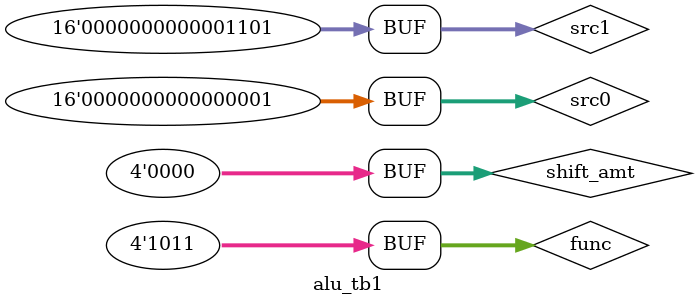
<source format=v>
module alu_tb1;
	reg [15:0] src0, src1;
	reg [3:0] func, shift_amt;
	wire [15:0] dst;
	wire ov, zr, neg;

	ALU0 alu(.src0 (src0), 
	.src1 (src1), 
	.func (func), 
	.shift_amt (shift_amt), 
	.dst (dst), 
	.ov (ov), 
	.zr (zr), 
	.neg (neg));

	// Instantiate variables
	initial begin
		src0 = 0;
		src1 = 0;
		func = 0;
		shift_amt = 0;
		$display ("======= Begin Test ======== ");
		$monitor ("Time = %d, src0= %d, src1= %d, shift_amt= %d, func= %b", $time, src0, src1, shift_amt, func);
		$monitor ("dst= %d, ov= %b, zr= %b, neg= %b", dst, ov, zr, neg);
	end

	// Where the inputs are changed
	initial begin
		// Test add
		#10 func= 4'b0000; src0= 10; src1=20;
		#10 src0= 65000; src1= 25000;
		#10 src0= -25; src1= 25;
		#10 src0= 50000; src1= -25000;
		#10 src0= 10; src0= 10;

		// Test subtract
		#10 func= 4'b0010; src0= 10; src1=20;
		#10 src0= 65000; src1= 25000;
		#10 src0= -25; src1= 25;
		#10 src0= 50000; src1= -25000;
		#10 src0= 10; src0= 10;

		// Test PADDSB
		#10 func= 4'b0001; src0= 10; src1=20;
		#10 src0= 65000; src1= 25000;
		#10 src0= -25; src1= 25;
		#10 src0= 50000; src1= -25000;
		#10 src0= 10; src0= 10;

		// Test AND
		#10 func= 4'b0011; src0= 4'hFFFF; src1= 4'h0000;
		#10 src0= 4'hFFFF; src1= 4'hFFFF;
		#10 src0= 4'hFFFF; src1= 4'hF0F0;
		#10 src0= 4'hDEAD; src1= 4'hBEEF;

		// Test NOR
		#10 func= 4'b0100; src0= 4'hFFFF; src1= 4'h0000;
		#10 src0= 4'hFFFF; src1= 4'hFFFF;
		#10 src0= 4'hFFFF; src1= 4'hF0F0;
		#10 src0= 4'hDEAD; src1= 4'hBEEF;

		// Test SLL
		#10 func= 4'b0101; src0= 4'h8808; shift_amt= 4'b0001;
		#10 src0= 4'h1111; shift_amt= 4'h0011;

		// Test SRL
		#10 func= 4'b0110; src0= 4'h0808; shift_amt= 4'b0001;
		#10 src0= 4'h1111; shift_amt= 4'h0011;	
	
		// Test SRA
		#10 func= 4'b0111; src0= 4'h0808; shift_amt= 4'b0001;
		#10 src0= 4'hF000; shift_amt= 4'h0100;

		// Test LLB
		#10 func= 4'b1010; src0= 4'h1111; src1=4'hBEEF;

		// Test LBH
		#10 func= 4'b1011; src0= 4'h1111; src1=4'hDEAD;
	end


endmodule

</source>
